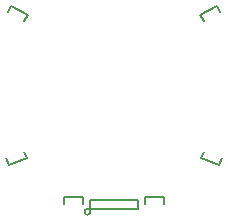
<source format=gbr>
G04 #@! TF.FileFunction,Legend,Bot*
%FSLAX46Y46*%
G04 Gerber Fmt 4.6, Leading zero omitted, Abs format (unit mm)*
G04 Created by KiCad (PCBNEW 4.0.7-e2-6376~58~ubuntu14.04.1) date Thu May 17 14:08:47 2018*
%MOMM*%
%LPD*%
G01*
G04 APERTURE LIST*
%ADD10C,0.100000*%
%ADD11C,0.150000*%
G04 APERTURE END LIST*
D10*
D11*
X74909734Y-146713309D02*
X75114946Y-146149493D01*
X73406226Y-146166077D02*
X74909734Y-146713309D01*
X73611438Y-145602261D02*
X73406226Y-146166077D01*
X68000000Y-149700000D02*
X68000000Y-150450000D01*
X64000000Y-149700000D02*
X68000000Y-149700000D01*
X64000000Y-150450000D02*
X64000000Y-149700000D01*
X64000000Y-150700000D02*
G75*
G03X64000000Y-150700000I-250000J0D01*
G01*
X67350000Y-150450000D02*
X67550000Y-150450000D01*
X67750000Y-150450000D02*
X67850000Y-150450000D01*
X68000000Y-150450000D02*
X64000000Y-150450000D01*
X61800000Y-149400000D02*
X61800000Y-150000000D01*
X63400000Y-149400000D02*
X61800000Y-149400000D01*
X63400000Y-150000000D02*
X63400000Y-149400000D01*
X68600000Y-149400000D02*
X68600000Y-150000000D01*
X70200000Y-149400000D02*
X68600000Y-149400000D01*
X70200000Y-150000000D02*
X70200000Y-149400000D01*
X58593774Y-146166077D02*
X58388562Y-145602261D01*
X57090266Y-146713309D02*
X58593774Y-146166077D01*
X56885054Y-146149493D02*
X57090266Y-146713309D01*
X57307180Y-133233975D02*
X57007180Y-133753590D01*
X58692820Y-134033975D02*
X57307180Y-133233975D01*
X58392820Y-134553590D02*
X58692820Y-134033975D01*
X73307180Y-134033975D02*
X73607180Y-134553590D01*
X74692820Y-133233975D02*
X73307180Y-134033975D01*
X74992820Y-133753590D02*
X74692820Y-133233975D01*
M02*

</source>
